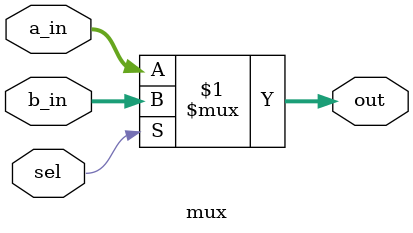
<source format=v>
`timescale 1ns / 1ps


module mux #( 
    parameter WIDTH = 30
    )(
    
    input [WIDTH-1:0] a_in,
    input [WIDTH-1:0] b_in,
    input sel,
    output [WIDTH-1:0] out
);
	
	assign out = sel ? b_in : a_in;
	
endmodule

</source>
